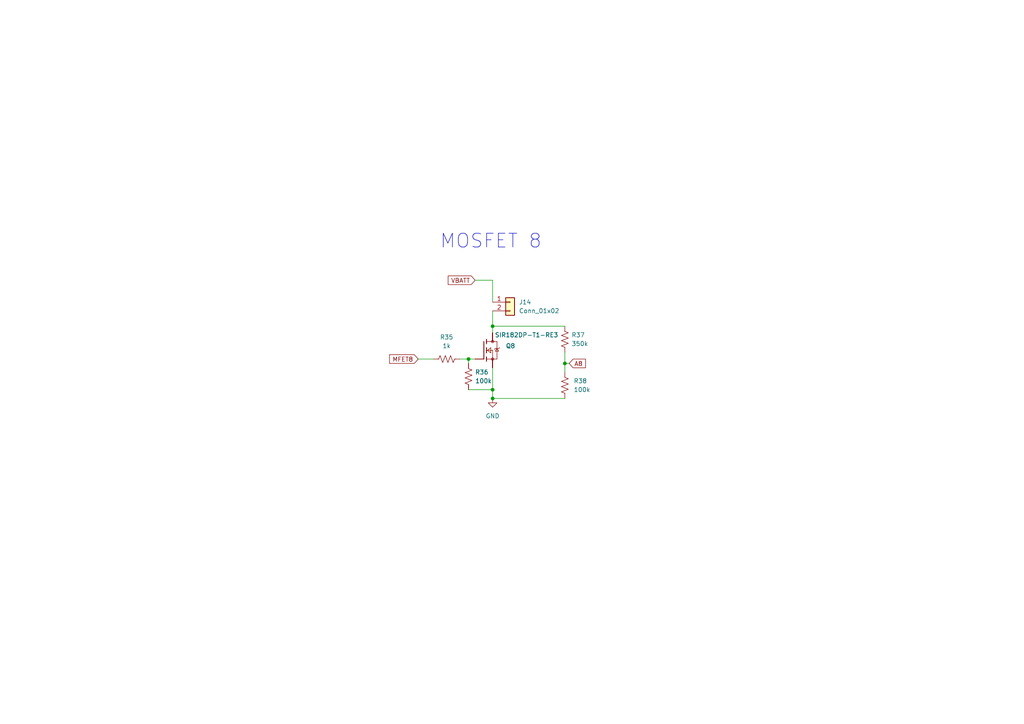
<source format=kicad_sch>
(kicad_sch (version 20211123) (generator eeschema)
  (paper "A4")
  (lib_symbols
    (symbol "Connector_Generic:Conn_01x02" (pin_names (offset 1.016) hide)
      (property "Reference" "J" (at 0 2.54 0))
      (property "Value" "Conn_01x02" (at 0 -5.08 0))
      (symbol "Conn_01x02_1_1"
        (rectangle (start -1.27 -2.413) (end 0 -2.667) (stroke (width 0.1524)))
        (rectangle (start -1.27 0.127) (end 0 -0.127) (stroke (width 0.1524)))
        (rectangle (start -1.27 1.27) (end 1.27 -3.81) (stroke (width 0.254)) (fill (type background)))
        (pin passive line (at -5.08 0 0) (length 3.81) (name "Pin_1") (number "1"))
        (pin passive line (at -5.08 -2.54 0) (length 3.81) (name "Pin_2") (number "2"))
      )
    )
    (symbol "Device:R_US" (pin_numbers hide) (pin_names (offset 0))
      (property "Reference" "R" (at 2.54 0 90))
      (property "Value" "R_US" (at -2.54 0 90))
      (symbol "R_US_0_1"
        (polyline (pts (xy 0 -2.286) (xy 0 -2.54)))
        (polyline (pts (xy 0 2.286) (xy 0 2.54)))
        (polyline (pts (xy 0 -0.762) (xy 1.016 -1.143) (xy 0 -1.524) (xy -1.016 -1.905) (xy 0 -2.286)))
        (polyline (pts (xy 0 0.762) (xy 1.016 0.381) (xy 0 0) (xy -1.016 -0.381) (xy 0 -0.762)))
        (polyline (pts (xy 0 2.286) (xy 1.016 1.905) (xy 0 1.524) (xy -1.016 1.143) (xy 0 0.762)))
      )
      (symbol "R_US_1_1"
        (pin passive line (at 0 3.81 270) (length 1.27) (name "~") (number "1"))
        (pin passive line (at 0 -3.81 90) (length 1.27) (name "~") (number "2"))
      )
    )
    (symbol "SIR182DP-T1-RE3:SIR182DP-T1-RE3" (pin_numbers hide) (pin_names (offset 1.016) hide)
      (property "Reference" "Q" (at -8.89 2.54 0))
      (property "Value" "SIR182DP-T1-RE3" (at 12.7 -3.81 0))
      (symbol "SIR182DP-T1-RE3_0_0"
        (polyline (pts (xy 0 2.54) (xy 0 -2.54)) (stroke (width 0.254)))
        (polyline (pts (xy 0.762 -2.54) (xy 0.762 -3.175)) (stroke (width 0.254)))
        (polyline (pts (xy 0.762 -1.905) (xy 0.762 -2.54)) (stroke (width 0.254)))
        (polyline (pts (xy 0.762 0) (xy 0.762 -0.762)) (stroke (width 0.254)))
        (polyline (pts (xy 0.762 0) (xy 2.54 0)) (stroke (width 0.1524)))
        (polyline (pts (xy 0.762 0.762) (xy 0.762 0)) (stroke (width 0.254)))
        (polyline (pts (xy 0.762 2.54) (xy 0.762 1.905)) (stroke (width 0.254)))
        (polyline (pts (xy 0.762 2.54) (xy 3.81 2.54)) (stroke (width 0.1524)))
        (polyline (pts (xy 0.762 3.175) (xy 0.762 2.54)) (stroke (width 0.254)))
        (polyline (pts (xy 2.54 -2.54) (xy 0.762 -2.54)) (stroke (width 0.1524)))
        (polyline (pts (xy 2.54 -2.54) (xy 3.81 -2.54)) (stroke (width 0.1524)))
        (polyline (pts (xy 2.54 0) (xy 2.54 -2.54)) (stroke (width 0.1524)))
        (polyline (pts (xy 3.302 0.508) (xy 3.048 0.254)) (stroke (width 0.1524)))
        (polyline (pts (xy 3.81 0.508) (xy 3.302 0.508)) (stroke (width 0.1524)))
        (polyline (pts (xy 3.81 0.508) (xy 3.81 -2.54)) (stroke (width 0.1524)))
        (polyline (pts (xy 3.81 2.54) (xy 3.81 0.508)) (stroke (width 0.1524)))
        (polyline (pts (xy 4.318 0.508) (xy 3.81 0.508)) (stroke (width 0.1524)))
        (polyline (pts (xy 4.572 0.762) (xy 4.318 0.508)) (stroke (width 0.1524)))
        (polyline (pts (xy 1.016 0) (xy 2.032 0.762) (xy 2.032 -0.762) (xy 1.016 0)) (stroke (width 0.1524)) (fill (type background)))
        (polyline (pts (xy 3.81 0.508) (xy 3.302 -0.254) (xy 4.318 -0.254) (xy 3.81 0.508)) (stroke (width 0.1524)) (fill (type background)))
        (circle (center 2.54 -2.54) (radius 0.3556))
        (circle (center 2.54 2.54) (radius 0.3556))
        (pin passive line (at 2.54 -5.08 90) (length 2.54) (name "~") (number "1"))
        (pin passive line (at 2.54 -5.08 90) (length 2.54) (name "~") (number "2"))
        (pin passive line (at 2.54 -5.08 90) (length 2.54) (name "~") (number "3"))
        (pin passive line (at -2.54 -2.54 0) (length 2.54) (name "~") (number "4"))
        (pin passive line (at 2.54 5.08 270) (length 2.54) (name "~") (number "5"))
        (pin passive line (at 2.54 5.08 270) (length 2.54) (name "~") (number "6"))
        (pin passive line (at 2.54 5.08 270) (length 2.54) (name "~") (number "7"))
        (pin passive line (at 2.54 5.08 270) (length 2.54) (name "~") (number "8"))
        (pin passive line (at 2.54 5.08 270) (length 2.54) (name "~") (number "9"))
      )
    )
    (symbol "power:GND" (power) (pin_names (offset 0))
      (property "Value" "GND" (at 0 -3.81 0))
      (symbol "GND_0_1"
        (polyline (pts (xy 0 0) (xy 0 -1.27) (xy 1.27 -1.27) (xy 0 -2.54) (xy -1.27 -1.27) (xy 0 -1.27)))
      )
      (symbol "GND_1_1"
        (pin power_in line (at 0 0 270) (length 0) hide (name "GND") (number "1"))
      )
    )
  )
  (junction (at 142.875 94.615))
  (junction (at 135.89 104.14))
  (junction (at 142.875 113.03))
  (junction (at 142.875 115.57))
  (junction (at 163.83 105.41))
  (wire (pts (xy 163.83 105.41) (xy 163.83 107.95)))
  (wire (pts (xy 142.875 94.615) (xy 163.83 94.615)))
  (wire (pts (xy 163.83 102.235) (xy 163.83 105.41)))
  (wire (pts (xy 135.89 104.14) (xy 137.795 104.14)))
  (wire (pts (xy 142.875 90.17) (xy 142.875 94.615)))
  (wire (pts (xy 142.875 94.615) (xy 142.875 96.52)))
  (wire (pts (xy 142.875 113.03) (xy 142.875 115.57)))
  (wire (pts (xy 135.89 104.14) (xy 135.89 105.41)))
  (wire (pts (xy 163.83 105.41) (xy 165.1 105.41)))
  (wire (pts (xy 163.83 115.57) (xy 142.875 115.57)))
  (wire (pts (xy 137.795 81.28) (xy 142.875 81.28)))
  (wire (pts (xy 133.35 104.14) (xy 135.89 104.14)))
  (wire (pts (xy 121.285 104.14) (xy 125.73 104.14)))
  (wire (pts (xy 142.875 81.28) (xy 142.875 87.63)))
  (wire (pts (xy 135.89 113.03) (xy 142.875 113.03)))
  (wire (pts (xy 142.875 106.68) (xy 142.875 113.03)))
  (text " MOSFET 8" (at 124.46 72.39 0) (effects (font (size 4 4)) (justify left bottom)))
  (global_label "A8" (shape input) (at 165.1 105.41 0) (property "Intersheet References" "${INTERSHEET_REFS}" (effects hide)))
  (global_label "VBATT" (shape input) (at 137.795 81.28 180) (property "Intersheet References" "${INTERSHEET_REFS}" (effects hide)))
  (global_label "MFET8" (shape input) (at 121.285 104.14 180) (property "Intersheet References" "${INTERSHEET_REFS}" (effects hide)))
  (symbol (lib_id "Device:R_US") (at 135.89 109.22 180) (unit 1)
    (property "Reference" "R36" (at 137.795 107.9499 0) (effects (justify right)))
    (property "Value" "100k" (at 137.795 110.4899 0) (effects (justify right)))
    (property "Footprint" "Resistor_SMD:R_0603_1608Metric" (effects hide))
  )
  (symbol (lib_id "Device:R_US") (at 163.83 111.76 0) (unit 1)
    (property "Reference" "R38" (at 166.37 110.4899 0) (effects (justify left)))
    (property "Value" "100k" (at 166.37 113.0299 0) (effects (justify left)))
    (property "Footprint" "Resistor_SMD:R_0603_1608Metric" (effects hide))
  )
  (symbol (lib_id "SIR182DP-T1-RE3:SIR182DP-T1-RE3") (at 140.335 101.6 0) (unit 1)
    (property "Reference" "Q8" (at 146.685 100.3299 0) (effects (justify left)))
    (property "Value" "SIR182DP-T1-RE3" (at 143.51 97.155 0) (effects (justify left)))
    (property "Footprint" "Global Footprints:TRANS_SIR182DP-T1-RE3" (effects hide))
    (property "PARTREV" "B" (effects hide))
    (property "MF" "Vishay" (effects hide))
    (property "STANDARD" "Manufacturer Recommendations" (effects hide))
  )
  (symbol (lib_id "Connector_Generic:Conn_01x02") (at 147.955 87.63 0) (unit 1)
    (property "Reference" "J14" (at 150.495 87.6299 0) (effects (justify left)))
    (property "Value" "Conn_01x02" (at 150.495 90.1699 0) (effects (justify left)))
    (property "Footprint" "Global Footprints:OSTT7020150" (effects hide))
  )
  (symbol (lib_id "power:GND") (at 142.875 115.57 0) (unit 1)
    (property "Reference" "#PWR020" (effects hide))
    (property "Value" "GND" (at 142.875 120.65 0))
  )
  (symbol (lib_id "Device:R_US") (at 163.83 98.425 180) (unit 1)
    (property "Reference" "R37" (at 165.735 97.1549 0) (effects (justify right)))
    (property "Value" "350k" (at 165.735 99.6949 0) (effects (justify right)))
    (property "Footprint" "Resistor_SMD:R_0603_1608Metric" (effects hide))
  )
  (symbol (lib_id "Device:R_US") (at 129.54 104.14 270) (unit 1)
    (property "Reference" "R35" (at 129.54 97.79 90))
    (property "Value" "1k" (at 129.54 100.33 90))
    (property "Footprint" "Resistor_SMD:R_0603_1608Metric" (effects hide))
  )
)
</source>
